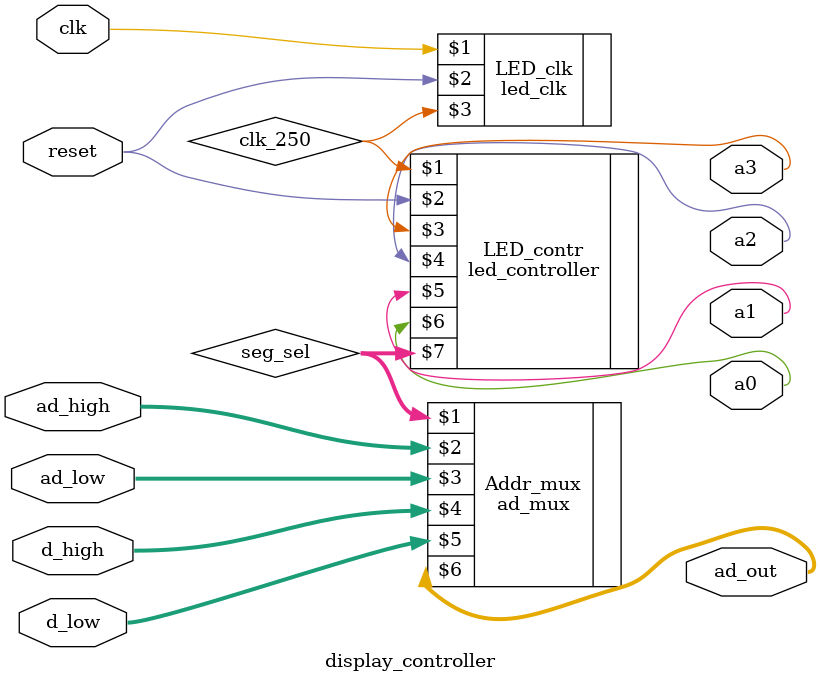
<source format=v>
`timescale 1ns / 1ps
/***********************************************************************
 *
 * Author:   Edward Mares
 * Partner:  Victor
 * Email:    eddy.mares@gmail.com
 * Filename: led_clk.v
 * Date:     October 13, 2013
 * Version:  1.0
 *
 * Notes:    Display controller that implements the LED clock, LED 
 *           controller, and the address multiplexer.
 *
 **********************************************************************/
module display_controller(clk, reset, ad_high, ad_low, d_high, d_low,  
                          a3, a2, a1,a0, ad_out);
      
   input        clk, reset;
   input  [3:0] ad_high, ad_low, d_high, d_low;
   output       a3, a2, a1, a0;
   wire         a3, a2, a1, a0;
   output [3:0] ad_out;
   wire   [3:0] ad_out;
   wire         clk_250;
   wire   [1:0] seg_sel;   
   
   //initialize LED clock module
   led_clk        LED_clk   (clk, reset, clk_250);
   
   //initialize LED controller module
   led_controller LED_contr(clk_250, reset, a3, a2, a1, a0, seg_sel);
   
   //initialize address mux module
   ad_mux         Addr_mux (seg_sel, ad_high, ad_low, d_high, d_low, ad_out);

endmodule

</source>
